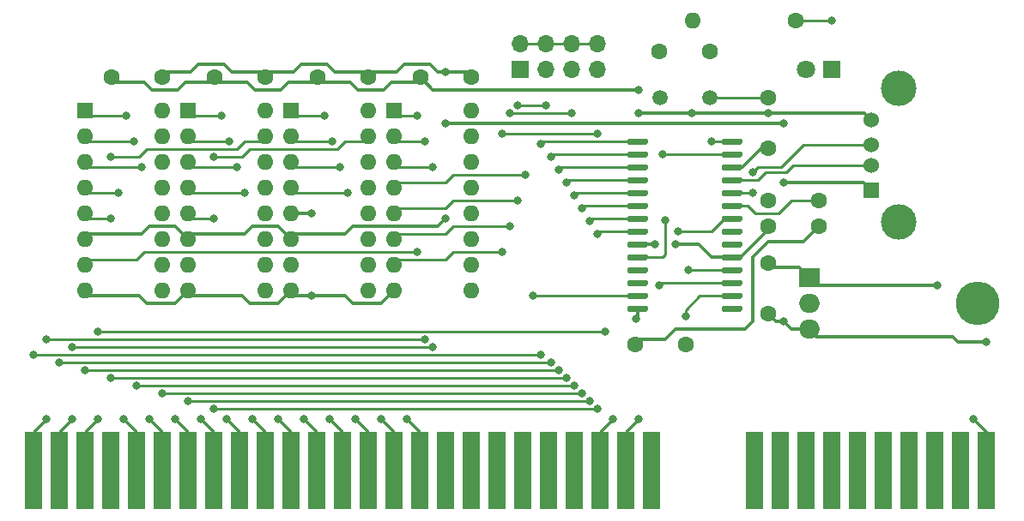
<source format=gbr>
G04 #@! TF.GenerationSoftware,KiCad,Pcbnew,(5.1.8)-1*
G04 #@! TF.CreationDate,2023-04-05T17:01:07-06:00*
G04 #@! TF.ProjectId,CH376S Module,43483337-3653-4204-9d6f-64756c652e6b,rev?*
G04 #@! TF.SameCoordinates,Original*
G04 #@! TF.FileFunction,Copper,L1,Top*
G04 #@! TF.FilePolarity,Positive*
%FSLAX46Y46*%
G04 Gerber Fmt 4.6, Leading zero omitted, Abs format (unit mm)*
G04 Created by KiCad (PCBNEW (5.1.8)-1) date 2023-04-05 17:01:07*
%MOMM*%
%LPD*%
G01*
G04 APERTURE LIST*
G04 #@! TA.AperFunction,ComponentPad*
%ADD10O,1.600000X1.600000*%
G04 #@! TD*
G04 #@! TA.AperFunction,ComponentPad*
%ADD11R,1.600000X1.600000*%
G04 #@! TD*
G04 #@! TA.AperFunction,ComponentPad*
%ADD12O,1.700000X1.700000*%
G04 #@! TD*
G04 #@! TA.AperFunction,ComponentPad*
%ADD13R,1.700000X1.700000*%
G04 #@! TD*
G04 #@! TA.AperFunction,ComponentPad*
%ADD14C,1.600000*%
G04 #@! TD*
G04 #@! TA.AperFunction,ConnectorPad*
%ADD15R,1.780000X7.620000*%
G04 #@! TD*
G04 #@! TA.AperFunction,ComponentPad*
%ADD16O,2.000000X1.905000*%
G04 #@! TD*
G04 #@! TA.AperFunction,ComponentPad*
%ADD17R,2.000000X1.905000*%
G04 #@! TD*
G04 #@! TA.AperFunction,ComponentPad*
%ADD18O,4.318000X4.318000*%
G04 #@! TD*
G04 #@! TA.AperFunction,ComponentPad*
%ADD19C,1.524000*%
G04 #@! TD*
G04 #@! TA.AperFunction,ComponentPad*
%ADD20R,1.524000X1.524000*%
G04 #@! TD*
G04 #@! TA.AperFunction,ComponentPad*
%ADD21C,3.500000*%
G04 #@! TD*
G04 #@! TA.AperFunction,ComponentPad*
%ADD22C,1.500000*%
G04 #@! TD*
G04 #@! TA.AperFunction,ComponentPad*
%ADD23C,1.800000*%
G04 #@! TD*
G04 #@! TA.AperFunction,ComponentPad*
%ADD24R,1.800000X1.800000*%
G04 #@! TD*
G04 #@! TA.AperFunction,ViaPad*
%ADD25C,0.800000*%
G04 #@! TD*
G04 #@! TA.AperFunction,Conductor*
%ADD26C,0.330200*%
G04 #@! TD*
G04 #@! TA.AperFunction,Conductor*
%ADD27C,0.250000*%
G04 #@! TD*
G04 APERTURE END LIST*
D10*
G04 #@! TO.P,U3,16*
G04 #@! TO.N,/5+*
X149860000Y-109220000D03*
G04 #@! TO.P,U3,8*
G04 #@! TO.N,/GND*
X142240000Y-127000000D03*
G04 #@! TO.P,U3,15*
G04 #@! TO.N,N/C*
X149860000Y-111760000D03*
G04 #@! TO.P,U3,7*
G04 #@! TO.N,/E3*
X142240000Y-124460000D03*
G04 #@! TO.P,U3,14*
G04 #@! TO.N,N/C*
X149860000Y-114300000D03*
G04 #@! TO.P,U3,6*
G04 #@! TO.N,/E2*
X142240000Y-121920000D03*
G04 #@! TO.P,U3,13*
G04 #@! TO.N,N/C*
X149860000Y-116840000D03*
G04 #@! TO.P,U3,5*
G04 #@! TO.N,/E1*
X142240000Y-119380000D03*
G04 #@! TO.P,U3,12*
G04 #@! TO.N,N/C*
X149860000Y-119380000D03*
G04 #@! TO.P,U3,4*
G04 #@! TO.N,/E0*
X142240000Y-116840000D03*
G04 #@! TO.P,U3,11*
G04 #@! TO.N,N/C*
X149860000Y-121920000D03*
G04 #@! TO.P,U3,3*
G04 #@! TO.N,/A1*
X142240000Y-114300000D03*
G04 #@! TO.P,U3,10*
G04 #@! TO.N,N/C*
X149860000Y-124460000D03*
G04 #@! TO.P,U3,2*
G04 #@! TO.N,/A0*
X142240000Y-111760000D03*
G04 #@! TO.P,U3,9*
G04 #@! TO.N,N/C*
X149860000Y-127000000D03*
D11*
G04 #@! TO.P,U3,1*
G04 #@! TO.N,/IO_00EX*
X142240000Y-109220000D03*
G04 #@! TD*
D12*
G04 #@! TO.P,J3,8*
G04 #@! TO.N,/CH376CS*
X162306000Y-102616000D03*
G04 #@! TO.P,J3,7*
G04 #@! TO.N,/E3*
X162306000Y-105156000D03*
G04 #@! TO.P,J3,6*
G04 #@! TO.N,/CH376CS*
X159766000Y-102616000D03*
G04 #@! TO.P,J3,5*
G04 #@! TO.N,/E2*
X159766000Y-105156000D03*
G04 #@! TO.P,J3,4*
G04 #@! TO.N,/CH376CS*
X157226000Y-102616000D03*
G04 #@! TO.P,J3,3*
G04 #@! TO.N,/E1*
X157226000Y-105156000D03*
G04 #@! TO.P,J3,2*
G04 #@! TO.N,/CH376CS*
X154686000Y-102616000D03*
D13*
G04 #@! TO.P,J3,1*
G04 #@! TO.N,/E0*
X154686000Y-105156000D03*
G04 #@! TD*
D14*
G04 #@! TO.P,C3,2*
G04 #@! TO.N,/5+*
X149860000Y-105918000D03*
G04 #@! TO.P,C3,1*
G04 #@! TO.N,/GND*
X144860000Y-105918000D03*
G04 #@! TD*
D10*
G04 #@! TO.P,U15,16*
G04 #@! TO.N,/5+*
X119380000Y-109220000D03*
G04 #@! TO.P,U15,8*
G04 #@! TO.N,/GND*
X111760000Y-127000000D03*
G04 #@! TO.P,U15,15*
G04 #@! TO.N,Net-(U15-Pad15)*
X119380000Y-111760000D03*
G04 #@! TO.P,U15,7*
G04 #@! TO.N,/IO_00EX*
X111760000Y-124460000D03*
G04 #@! TO.P,U15,14*
G04 #@! TO.N,Net-(U15-Pad14)*
X119380000Y-114300000D03*
G04 #@! TO.P,U15,6*
G04 #@! TO.N,/5+*
X111760000Y-121920000D03*
G04 #@! TO.P,U15,13*
G04 #@! TO.N,Net-(U15-Pad13)*
X119380000Y-116840000D03*
G04 #@! TO.P,U15,5*
G04 #@! TO.N,/IO_00XX*
X111760000Y-119380000D03*
G04 #@! TO.P,U15,12*
G04 #@! TO.N,Net-(U15-Pad12)*
X119380000Y-119380000D03*
G04 #@! TO.P,U15,4*
G04 #@! TO.N,/A4*
X111760000Y-116840000D03*
G04 #@! TO.P,U15,11*
G04 #@! TO.N,Net-(U15-Pad11)*
X119380000Y-121920000D03*
G04 #@! TO.P,U15,3*
G04 #@! TO.N,/A7*
X111760000Y-114300000D03*
G04 #@! TO.P,U15,10*
G04 #@! TO.N,Net-(U15-Pad10)*
X119380000Y-124460000D03*
G04 #@! TO.P,U15,2*
G04 #@! TO.N,/A6*
X111760000Y-111760000D03*
G04 #@! TO.P,U15,9*
G04 #@! TO.N,Net-(U15-Pad9)*
X119380000Y-127000000D03*
D11*
G04 #@! TO.P,U15,1*
G04 #@! TO.N,/A5*
X111760000Y-109220000D03*
G04 #@! TD*
D10*
G04 #@! TO.P,U14,16*
G04 #@! TO.N,/5+*
X129540000Y-109220000D03*
G04 #@! TO.P,U14,8*
G04 #@! TO.N,/GND*
X121920000Y-127000000D03*
G04 #@! TO.P,U14,15*
G04 #@! TO.N,/IO_00XX*
X129540000Y-111760000D03*
G04 #@! TO.P,U14,7*
G04 #@! TO.N,Net-(U14-Pad7)*
X121920000Y-124460000D03*
G04 #@! TO.P,U14,14*
G04 #@! TO.N,Net-(U14-Pad14)*
X129540000Y-114300000D03*
G04 #@! TO.P,U14,6*
G04 #@! TO.N,/5+*
X121920000Y-121920000D03*
G04 #@! TO.P,U14,13*
G04 #@! TO.N,/IO_02XX*
X129540000Y-116840000D03*
G04 #@! TO.P,U14,5*
G04 #@! TO.N,/IO_0XXX*
X121920000Y-119380000D03*
G04 #@! TO.P,U14,12*
G04 #@! TO.N,/IO_03XX*
X129540000Y-119380000D03*
G04 #@! TO.P,U14,4*
G04 #@! TO.N,/A11*
X121920000Y-116840000D03*
G04 #@! TO.P,U14,11*
G04 #@! TO.N,/IO_04XX*
X129540000Y-121920000D03*
G04 #@! TO.P,U14,3*
G04 #@! TO.N,/A10*
X121920000Y-114300000D03*
G04 #@! TO.P,U14,10*
G04 #@! TO.N,Net-(U14-Pad10)*
X129540000Y-124460000D03*
G04 #@! TO.P,U14,2*
G04 #@! TO.N,/A9*
X121920000Y-111760000D03*
G04 #@! TO.P,U14,9*
G04 #@! TO.N,Net-(U14-Pad9)*
X129540000Y-127000000D03*
D11*
G04 #@! TO.P,U14,1*
G04 #@! TO.N,/A8*
X121920000Y-109220000D03*
G04 #@! TD*
D10*
G04 #@! TO.P,U13,16*
G04 #@! TO.N,/5+*
X139700000Y-109220000D03*
G04 #@! TO.P,U13,8*
G04 #@! TO.N,/GND*
X132080000Y-127000000D03*
G04 #@! TO.P,U13,15*
G04 #@! TO.N,/IO_0XXX*
X139700000Y-111760000D03*
G04 #@! TO.P,U13,7*
G04 #@! TO.N,Net-(U13-Pad7)*
X132080000Y-124460000D03*
G04 #@! TO.P,U13,14*
G04 #@! TO.N,Net-(U13-Pad14)*
X139700000Y-114300000D03*
G04 #@! TO.P,U13,6*
G04 #@! TO.N,/5+*
X132080000Y-121920000D03*
G04 #@! TO.P,U13,13*
G04 #@! TO.N,Net-(U13-Pad13)*
X139700000Y-116840000D03*
G04 #@! TO.P,U13,5*
G04 #@! TO.N,/GND*
X132080000Y-119380000D03*
G04 #@! TO.P,U13,12*
G04 #@! TO.N,Net-(U13-Pad12)*
X139700000Y-119380000D03*
G04 #@! TO.P,U13,4*
G04 #@! TO.N,/A15*
X132080000Y-116840000D03*
G04 #@! TO.P,U13,11*
G04 #@! TO.N,Net-(U13-Pad11)*
X139700000Y-121920000D03*
G04 #@! TO.P,U13,3*
G04 #@! TO.N,/A14*
X132080000Y-114300000D03*
G04 #@! TO.P,U13,10*
G04 #@! TO.N,Net-(U13-Pad10)*
X139700000Y-124460000D03*
G04 #@! TO.P,U13,2*
G04 #@! TO.N,/A13*
X132080000Y-111760000D03*
G04 #@! TO.P,U13,9*
G04 #@! TO.N,Net-(U13-Pad9)*
X139700000Y-127000000D03*
D11*
G04 #@! TO.P,U13,1*
G04 #@! TO.N,/A12*
X132080000Y-109220000D03*
G04 #@! TD*
D15*
G04 #@! TO.P,J2,20*
G04 #@! TO.N,/GND*
X200660000Y-144780000D03*
G04 #@! TO.P,J2,19*
G04 #@! TO.N,/EIOW*
X198120000Y-144780000D03*
G04 #@! TO.P,J2,17*
G04 #@! TO.N,/EBA6*
X193040000Y-144780000D03*
G04 #@! TO.P,J2,18*
G04 #@! TO.N,/EBA7*
X195580000Y-144780000D03*
G04 #@! TO.P,J2,11*
G04 #@! TO.N,/EBA0*
X177800000Y-144780000D03*
G04 #@! TO.P,J2,12*
G04 #@! TO.N,/EBA1*
X180340000Y-144780000D03*
G04 #@! TO.P,J2,13*
G04 #@! TO.N,/EBA2*
X182880000Y-144780000D03*
G04 #@! TO.P,J2,14*
G04 #@! TO.N,/EBA3*
X185420000Y-144780000D03*
G04 #@! TO.P,J2,15*
G04 #@! TO.N,/EBA4*
X187960000Y-144780000D03*
G04 #@! TO.P,J2,16*
G04 #@! TO.N,/EBA5*
X190500000Y-144780000D03*
G04 #@! TD*
D14*
G04 #@! TO.P,C16,2*
G04 #@! TO.N,/5+*
X119380000Y-105918000D03*
G04 #@! TO.P,C16,1*
G04 #@! TO.N,/GND*
X114380000Y-105918000D03*
G04 #@! TD*
G04 #@! TO.P,C15,2*
G04 #@! TO.N,/5+*
X139700000Y-105918000D03*
G04 #@! TO.P,C15,1*
G04 #@! TO.N,/GND*
X134700000Y-105918000D03*
G04 #@! TD*
G04 #@! TO.P,C14,2*
G04 #@! TO.N,/5+*
X129540000Y-105918000D03*
G04 #@! TO.P,C14,1*
G04 #@! TO.N,/GND*
X124540000Y-105918000D03*
G04 #@! TD*
D15*
G04 #@! TO.P,J1,26*
G04 #@! TO.N,/A0*
X106680000Y-144780000D03*
G04 #@! TO.P,J1,27*
G04 #@! TO.N,/A1*
X109220000Y-144780000D03*
G04 #@! TO.P,J1,28*
G04 #@! TO.N,/A2*
X111760000Y-144780000D03*
G04 #@! TO.P,J1,29*
G04 #@! TO.N,/A3*
X114300000Y-144780000D03*
G04 #@! TO.P,J1,30*
G04 #@! TO.N,/A4*
X116840000Y-144780000D03*
G04 #@! TO.P,J1,31*
G04 #@! TO.N,/A5*
X119380000Y-144780000D03*
G04 #@! TO.P,J1,32*
G04 #@! TO.N,/A6*
X121920000Y-144780000D03*
G04 #@! TO.P,J1,33*
G04 #@! TO.N,/A7*
X124460000Y-144780000D03*
G04 #@! TO.P,J1,34*
G04 #@! TO.N,/A8*
X127000000Y-144780000D03*
G04 #@! TO.P,J1,35*
G04 #@! TO.N,/A9*
X129540000Y-144780000D03*
G04 #@! TO.P,J1,36*
G04 #@! TO.N,/A10*
X132080000Y-144780000D03*
G04 #@! TO.P,J1,37*
G04 #@! TO.N,/A11*
X134620000Y-144780000D03*
G04 #@! TO.P,J1,38*
G04 #@! TO.N,/A12*
X137160000Y-144780000D03*
G04 #@! TO.P,J1,39*
G04 #@! TO.N,/A13*
X139700000Y-144780000D03*
G04 #@! TO.P,J1,40*
G04 #@! TO.N,/A14*
X142240000Y-144780000D03*
G04 #@! TO.P,J1,41*
G04 #@! TO.N,/A15*
X144780000Y-144780000D03*
G04 #@! TO.P,J1,42*
G04 #@! TO.N,/A16*
X147320000Y-144780000D03*
G04 #@! TO.P,J1,43*
G04 #@! TO.N,/A17*
X149860000Y-144780000D03*
G04 #@! TO.P,J1,44*
G04 #@! TO.N,/A18*
X152400000Y-144780000D03*
G04 #@! TO.P,J1,45*
G04 #@! TO.N,/A19*
X154940000Y-144780000D03*
G04 #@! TO.P,J1,46*
G04 #@! TO.N,/MRD*
X157480000Y-144780000D03*
G04 #@! TO.P,J1,47*
G04 #@! TO.N,/MWR*
X160020000Y-144780000D03*
G04 #@! TO.P,J1,48*
G04 #@! TO.N,/IORD*
X162560000Y-144780000D03*
G04 #@! TO.P,J1,49*
G04 #@! TO.N,/IOWR*
X165100000Y-144780000D03*
G04 #@! TO.P,J1,50*
G04 #@! TO.N,/RESET*
X167640000Y-144780000D03*
G04 #@! TD*
D16*
G04 #@! TO.P,U2,3*
G04 #@! TO.N,/5+*
X183197500Y-130873500D03*
G04 #@! TO.P,U2,2*
G04 #@! TO.N,/3v3*
X183197500Y-128333500D03*
D17*
G04 #@! TO.P,U2,1*
G04 #@! TO.N,/GND*
X183197500Y-125793500D03*
D18*
G04 #@! TO.P,U2,*
G04 #@! TO.N,*
X199857500Y-128333500D03*
G04 #@! TD*
D14*
G04 #@! TO.P,C5,2*
G04 #@! TO.N,/GND*
X179133500Y-113013500D03*
G04 #@! TO.P,C5,1*
G04 #@! TO.N,/XO*
X179133500Y-108013500D03*
G04 #@! TD*
G04 #@! TO.P,C4,2*
G04 #@! TO.N,/GND*
X173402000Y-103378000D03*
G04 #@! TO.P,C4,1*
G04 #@! TO.N,/XI*
X168402000Y-103378000D03*
G04 #@! TD*
G04 #@! TO.P,C2,2*
G04 #@! TO.N,/GND*
X179133500Y-118173500D03*
G04 #@! TO.P,C2,1*
G04 #@! TO.N,/PIN_9*
X184133500Y-118173500D03*
G04 #@! TD*
G04 #@! TO.P,C1,2*
G04 #@! TO.N,/RST*
X171005500Y-132397500D03*
G04 #@! TO.P,C1,1*
G04 #@! TO.N,/3v3*
X166005500Y-132397500D03*
G04 #@! TD*
D19*
G04 #@! TO.P,USB1,4*
G04 #@! TO.N,/GND*
X189293500Y-110157500D03*
G04 #@! TO.P,USB1,3*
G04 #@! TO.N,/D+*
X189293500Y-112657500D03*
G04 #@! TO.P,USB1,2*
G04 #@! TO.N,/D-*
X189293500Y-114657500D03*
D20*
G04 #@! TO.P,USB1,1*
G04 #@! TO.N,/5+*
X189293500Y-117157500D03*
D21*
G04 #@! TO.P,USB1,5*
G04 #@! TO.N,N/C*
X192003500Y-120227500D03*
X192003500Y-107087500D03*
G04 #@! TD*
D22*
G04 #@! TO.P,Y2,2*
G04 #@! TO.N,/XO*
X173365500Y-108013500D03*
G04 #@! TO.P,Y2,1*
G04 #@! TO.N,/XI*
X168465500Y-108013500D03*
G04 #@! TD*
G04 #@! TO.P,U1,28*
G04 #@! TO.N,/3v3*
G04 #@! TA.AperFunction,SMDPad,CuDef*
G36*
G01*
X167302500Y-128691500D02*
X167302500Y-128991500D01*
G75*
G02*
X167152500Y-129141500I-150000J0D01*
G01*
X165402500Y-129141500D01*
G75*
G02*
X165252500Y-128991500I0J150000D01*
G01*
X165252500Y-128691500D01*
G75*
G02*
X165402500Y-128541500I150000J0D01*
G01*
X167152500Y-128541500D01*
G75*
G02*
X167302500Y-128691500I0J-150000D01*
G01*
G37*
G04 #@! TD.AperFunction*
G04 #@! TO.P,U1,27*
G04 #@! TO.N,/CH376CS*
G04 #@! TA.AperFunction,SMDPad,CuDef*
G36*
G01*
X167302500Y-127421500D02*
X167302500Y-127721500D01*
G75*
G02*
X167152500Y-127871500I-150000J0D01*
G01*
X165402500Y-127871500D01*
G75*
G02*
X165252500Y-127721500I0J150000D01*
G01*
X165252500Y-127421500D01*
G75*
G02*
X165402500Y-127271500I150000J0D01*
G01*
X167152500Y-127271500D01*
G75*
G02*
X167302500Y-127421500I0J-150000D01*
G01*
G37*
G04 #@! TD.AperFunction*
G04 #@! TO.P,U1,26*
G04 #@! TO.N,Net-(U1-Pad26)*
G04 #@! TA.AperFunction,SMDPad,CuDef*
G36*
G01*
X167302500Y-126151500D02*
X167302500Y-126451500D01*
G75*
G02*
X167152500Y-126601500I-150000J0D01*
G01*
X165402500Y-126601500D01*
G75*
G02*
X165252500Y-126451500I0J150000D01*
G01*
X165252500Y-126151500D01*
G75*
G02*
X165402500Y-126001500I150000J0D01*
G01*
X167152500Y-126001500D01*
G75*
G02*
X167302500Y-126151500I0J-150000D01*
G01*
G37*
G04 #@! TD.AperFunction*
G04 #@! TO.P,U1,25*
G04 #@! TO.N,Net-(U1-Pad25)*
G04 #@! TA.AperFunction,SMDPad,CuDef*
G36*
G01*
X167302500Y-124881500D02*
X167302500Y-125181500D01*
G75*
G02*
X167152500Y-125331500I-150000J0D01*
G01*
X165402500Y-125331500D01*
G75*
G02*
X165252500Y-125181500I0J150000D01*
G01*
X165252500Y-124881500D01*
G75*
G02*
X165402500Y-124731500I150000J0D01*
G01*
X167152500Y-124731500D01*
G75*
G02*
X167302500Y-124881500I0J-150000D01*
G01*
G37*
G04 #@! TD.AperFunction*
G04 #@! TO.P,U1,24*
G04 #@! TO.N,/LED_PIN*
G04 #@! TA.AperFunction,SMDPad,CuDef*
G36*
G01*
X167302500Y-123611500D02*
X167302500Y-123911500D01*
G75*
G02*
X167152500Y-124061500I-150000J0D01*
G01*
X165402500Y-124061500D01*
G75*
G02*
X165252500Y-123911500I0J150000D01*
G01*
X165252500Y-123611500D01*
G75*
G02*
X165402500Y-123461500I150000J0D01*
G01*
X167152500Y-123461500D01*
G75*
G02*
X167302500Y-123611500I0J-150000D01*
G01*
G37*
G04 #@! TD.AperFunction*
G04 #@! TO.P,U1,23*
G04 #@! TO.N,/GND*
G04 #@! TA.AperFunction,SMDPad,CuDef*
G36*
G01*
X167302500Y-122341500D02*
X167302500Y-122641500D01*
G75*
G02*
X167152500Y-122791500I-150000J0D01*
G01*
X165402500Y-122791500D01*
G75*
G02*
X165252500Y-122641500I0J150000D01*
G01*
X165252500Y-122341500D01*
G75*
G02*
X165402500Y-122191500I150000J0D01*
G01*
X167152500Y-122191500D01*
G75*
G02*
X167302500Y-122341500I0J-150000D01*
G01*
G37*
G04 #@! TD.AperFunction*
G04 #@! TO.P,U1,22*
G04 #@! TO.N,/D7*
G04 #@! TA.AperFunction,SMDPad,CuDef*
G36*
G01*
X167302500Y-121071500D02*
X167302500Y-121371500D01*
G75*
G02*
X167152500Y-121521500I-150000J0D01*
G01*
X165402500Y-121521500D01*
G75*
G02*
X165252500Y-121371500I0J150000D01*
G01*
X165252500Y-121071500D01*
G75*
G02*
X165402500Y-120921500I150000J0D01*
G01*
X167152500Y-120921500D01*
G75*
G02*
X167302500Y-121071500I0J-150000D01*
G01*
G37*
G04 #@! TD.AperFunction*
G04 #@! TO.P,U1,21*
G04 #@! TO.N,/D6*
G04 #@! TA.AperFunction,SMDPad,CuDef*
G36*
G01*
X167302500Y-119801500D02*
X167302500Y-120101500D01*
G75*
G02*
X167152500Y-120251500I-150000J0D01*
G01*
X165402500Y-120251500D01*
G75*
G02*
X165252500Y-120101500I0J150000D01*
G01*
X165252500Y-119801500D01*
G75*
G02*
X165402500Y-119651500I150000J0D01*
G01*
X167152500Y-119651500D01*
G75*
G02*
X167302500Y-119801500I0J-150000D01*
G01*
G37*
G04 #@! TD.AperFunction*
G04 #@! TO.P,U1,20*
G04 #@! TO.N,/D5*
G04 #@! TA.AperFunction,SMDPad,CuDef*
G36*
G01*
X167302500Y-118531500D02*
X167302500Y-118831500D01*
G75*
G02*
X167152500Y-118981500I-150000J0D01*
G01*
X165402500Y-118981500D01*
G75*
G02*
X165252500Y-118831500I0J150000D01*
G01*
X165252500Y-118531500D01*
G75*
G02*
X165402500Y-118381500I150000J0D01*
G01*
X167152500Y-118381500D01*
G75*
G02*
X167302500Y-118531500I0J-150000D01*
G01*
G37*
G04 #@! TD.AperFunction*
G04 #@! TO.P,U1,19*
G04 #@! TO.N,/D4*
G04 #@! TA.AperFunction,SMDPad,CuDef*
G36*
G01*
X167302500Y-117261500D02*
X167302500Y-117561500D01*
G75*
G02*
X167152500Y-117711500I-150000J0D01*
G01*
X165402500Y-117711500D01*
G75*
G02*
X165252500Y-117561500I0J150000D01*
G01*
X165252500Y-117261500D01*
G75*
G02*
X165402500Y-117111500I150000J0D01*
G01*
X167152500Y-117111500D01*
G75*
G02*
X167302500Y-117261500I0J-150000D01*
G01*
G37*
G04 #@! TD.AperFunction*
G04 #@! TO.P,U1,18*
G04 #@! TO.N,/D3*
G04 #@! TA.AperFunction,SMDPad,CuDef*
G36*
G01*
X167302500Y-115991500D02*
X167302500Y-116291500D01*
G75*
G02*
X167152500Y-116441500I-150000J0D01*
G01*
X165402500Y-116441500D01*
G75*
G02*
X165252500Y-116291500I0J150000D01*
G01*
X165252500Y-115991500D01*
G75*
G02*
X165402500Y-115841500I150000J0D01*
G01*
X167152500Y-115841500D01*
G75*
G02*
X167302500Y-115991500I0J-150000D01*
G01*
G37*
G04 #@! TD.AperFunction*
G04 #@! TO.P,U1,17*
G04 #@! TO.N,/D2*
G04 #@! TA.AperFunction,SMDPad,CuDef*
G36*
G01*
X167302500Y-114721500D02*
X167302500Y-115021500D01*
G75*
G02*
X167152500Y-115171500I-150000J0D01*
G01*
X165402500Y-115171500D01*
G75*
G02*
X165252500Y-115021500I0J150000D01*
G01*
X165252500Y-114721500D01*
G75*
G02*
X165402500Y-114571500I150000J0D01*
G01*
X167152500Y-114571500D01*
G75*
G02*
X167302500Y-114721500I0J-150000D01*
G01*
G37*
G04 #@! TD.AperFunction*
G04 #@! TO.P,U1,16*
G04 #@! TO.N,/D1*
G04 #@! TA.AperFunction,SMDPad,CuDef*
G36*
G01*
X167302500Y-113451500D02*
X167302500Y-113751500D01*
G75*
G02*
X167152500Y-113901500I-150000J0D01*
G01*
X165402500Y-113901500D01*
G75*
G02*
X165252500Y-113751500I0J150000D01*
G01*
X165252500Y-113451500D01*
G75*
G02*
X165402500Y-113301500I150000J0D01*
G01*
X167152500Y-113301500D01*
G75*
G02*
X167302500Y-113451500I0J-150000D01*
G01*
G37*
G04 #@! TD.AperFunction*
G04 #@! TO.P,U1,15*
G04 #@! TO.N,/D0*
G04 #@! TA.AperFunction,SMDPad,CuDef*
G36*
G01*
X167302500Y-112181500D02*
X167302500Y-112481500D01*
G75*
G02*
X167152500Y-112631500I-150000J0D01*
G01*
X165402500Y-112631500D01*
G75*
G02*
X165252500Y-112481500I0J150000D01*
G01*
X165252500Y-112181500D01*
G75*
G02*
X165402500Y-112031500I150000J0D01*
G01*
X167152500Y-112031500D01*
G75*
G02*
X167302500Y-112181500I0J-150000D01*
G01*
G37*
G04 #@! TD.AperFunction*
G04 #@! TO.P,U1,14*
G04 #@! TO.N,/XO*
G04 #@! TA.AperFunction,SMDPad,CuDef*
G36*
G01*
X176602500Y-112181500D02*
X176602500Y-112481500D01*
G75*
G02*
X176452500Y-112631500I-150000J0D01*
G01*
X174702500Y-112631500D01*
G75*
G02*
X174552500Y-112481500I0J150000D01*
G01*
X174552500Y-112181500D01*
G75*
G02*
X174702500Y-112031500I150000J0D01*
G01*
X176452500Y-112031500D01*
G75*
G02*
X176602500Y-112181500I0J-150000D01*
G01*
G37*
G04 #@! TD.AperFunction*
G04 #@! TO.P,U1,13*
G04 #@! TO.N,/XI*
G04 #@! TA.AperFunction,SMDPad,CuDef*
G36*
G01*
X176602500Y-113451500D02*
X176602500Y-113751500D01*
G75*
G02*
X176452500Y-113901500I-150000J0D01*
G01*
X174702500Y-113901500D01*
G75*
G02*
X174552500Y-113751500I0J150000D01*
G01*
X174552500Y-113451500D01*
G75*
G02*
X174702500Y-113301500I150000J0D01*
G01*
X176452500Y-113301500D01*
G75*
G02*
X176602500Y-113451500I0J-150000D01*
G01*
G37*
G04 #@! TD.AperFunction*
G04 #@! TO.P,U1,12*
G04 #@! TO.N,/GND*
G04 #@! TA.AperFunction,SMDPad,CuDef*
G36*
G01*
X176602500Y-114721500D02*
X176602500Y-115021500D01*
G75*
G02*
X176452500Y-115171500I-150000J0D01*
G01*
X174702500Y-115171500D01*
G75*
G02*
X174552500Y-115021500I0J150000D01*
G01*
X174552500Y-114721500D01*
G75*
G02*
X174702500Y-114571500I150000J0D01*
G01*
X176452500Y-114571500D01*
G75*
G02*
X176602500Y-114721500I0J-150000D01*
G01*
G37*
G04 #@! TD.AperFunction*
G04 #@! TO.P,U1,11*
G04 #@! TO.N,/D-*
G04 #@! TA.AperFunction,SMDPad,CuDef*
G36*
G01*
X176602500Y-115991500D02*
X176602500Y-116291500D01*
G75*
G02*
X176452500Y-116441500I-150000J0D01*
G01*
X174702500Y-116441500D01*
G75*
G02*
X174552500Y-116291500I0J150000D01*
G01*
X174552500Y-115991500D01*
G75*
G02*
X174702500Y-115841500I150000J0D01*
G01*
X176452500Y-115841500D01*
G75*
G02*
X176602500Y-115991500I0J-150000D01*
G01*
G37*
G04 #@! TD.AperFunction*
G04 #@! TO.P,U1,10*
G04 #@! TO.N,/D+*
G04 #@! TA.AperFunction,SMDPad,CuDef*
G36*
G01*
X176602500Y-117261500D02*
X176602500Y-117561500D01*
G75*
G02*
X176452500Y-117711500I-150000J0D01*
G01*
X174702500Y-117711500D01*
G75*
G02*
X174552500Y-117561500I0J150000D01*
G01*
X174552500Y-117261500D01*
G75*
G02*
X174702500Y-117111500I150000J0D01*
G01*
X176452500Y-117111500D01*
G75*
G02*
X176602500Y-117261500I0J-150000D01*
G01*
G37*
G04 #@! TD.AperFunction*
G04 #@! TO.P,U1,9*
G04 #@! TO.N,/PIN_9*
G04 #@! TA.AperFunction,SMDPad,CuDef*
G36*
G01*
X176602500Y-118531500D02*
X176602500Y-118831500D01*
G75*
G02*
X176452500Y-118981500I-150000J0D01*
G01*
X174702500Y-118981500D01*
G75*
G02*
X174552500Y-118831500I0J150000D01*
G01*
X174552500Y-118531500D01*
G75*
G02*
X174702500Y-118381500I150000J0D01*
G01*
X176452500Y-118381500D01*
G75*
G02*
X176602500Y-118531500I0J-150000D01*
G01*
G37*
G04 #@! TD.AperFunction*
G04 #@! TO.P,U1,8*
G04 #@! TO.N,/A2*
G04 #@! TA.AperFunction,SMDPad,CuDef*
G36*
G01*
X176602500Y-119801500D02*
X176602500Y-120101500D01*
G75*
G02*
X176452500Y-120251500I-150000J0D01*
G01*
X174702500Y-120251500D01*
G75*
G02*
X174552500Y-120101500I0J150000D01*
G01*
X174552500Y-119801500D01*
G75*
G02*
X174702500Y-119651500I150000J0D01*
G01*
X176452500Y-119651500D01*
G75*
G02*
X176602500Y-119801500I0J-150000D01*
G01*
G37*
G04 #@! TD.AperFunction*
G04 #@! TO.P,U1,7*
G04 #@! TO.N,Net-(U1-Pad7)*
G04 #@! TA.AperFunction,SMDPad,CuDef*
G36*
G01*
X176602500Y-121071500D02*
X176602500Y-121371500D01*
G75*
G02*
X176452500Y-121521500I-150000J0D01*
G01*
X174702500Y-121521500D01*
G75*
G02*
X174552500Y-121371500I0J150000D01*
G01*
X174552500Y-121071500D01*
G75*
G02*
X174702500Y-120921500I150000J0D01*
G01*
X176452500Y-120921500D01*
G75*
G02*
X176602500Y-121071500I0J-150000D01*
G01*
G37*
G04 #@! TD.AperFunction*
G04 #@! TO.P,U1,6*
G04 #@! TO.N,Net-(U1-Pad6)*
G04 #@! TA.AperFunction,SMDPad,CuDef*
G36*
G01*
X176602500Y-122341500D02*
X176602500Y-122641500D01*
G75*
G02*
X176452500Y-122791500I-150000J0D01*
G01*
X174702500Y-122791500D01*
G75*
G02*
X174552500Y-122641500I0J150000D01*
G01*
X174552500Y-122341500D01*
G75*
G02*
X174702500Y-122191500I150000J0D01*
G01*
X176452500Y-122191500D01*
G75*
G02*
X176602500Y-122341500I0J-150000D01*
G01*
G37*
G04 #@! TD.AperFunction*
G04 #@! TO.P,U1,5*
G04 #@! TO.N,/GND*
G04 #@! TA.AperFunction,SMDPad,CuDef*
G36*
G01*
X176602500Y-123611500D02*
X176602500Y-123911500D01*
G75*
G02*
X176452500Y-124061500I-150000J0D01*
G01*
X174702500Y-124061500D01*
G75*
G02*
X174552500Y-123911500I0J150000D01*
G01*
X174552500Y-123611500D01*
G75*
G02*
X174702500Y-123461500I150000J0D01*
G01*
X176452500Y-123461500D01*
G75*
G02*
X176602500Y-123611500I0J-150000D01*
G01*
G37*
G04 #@! TD.AperFunction*
G04 #@! TO.P,U1,4*
G04 #@! TO.N,/IORD*
G04 #@! TA.AperFunction,SMDPad,CuDef*
G36*
G01*
X176602500Y-124881500D02*
X176602500Y-125181500D01*
G75*
G02*
X176452500Y-125331500I-150000J0D01*
G01*
X174702500Y-125331500D01*
G75*
G02*
X174552500Y-125181500I0J150000D01*
G01*
X174552500Y-124881500D01*
G75*
G02*
X174702500Y-124731500I150000J0D01*
G01*
X176452500Y-124731500D01*
G75*
G02*
X176602500Y-124881500I0J-150000D01*
G01*
G37*
G04 #@! TD.AperFunction*
G04 #@! TO.P,U1,3*
G04 #@! TO.N,/IOWR*
G04 #@! TA.AperFunction,SMDPad,CuDef*
G36*
G01*
X176602500Y-126151500D02*
X176602500Y-126451500D01*
G75*
G02*
X176452500Y-126601500I-150000J0D01*
G01*
X174702500Y-126601500D01*
G75*
G02*
X174552500Y-126451500I0J150000D01*
G01*
X174552500Y-126151500D01*
G75*
G02*
X174702500Y-126001500I150000J0D01*
G01*
X176452500Y-126001500D01*
G75*
G02*
X176602500Y-126151500I0J-150000D01*
G01*
G37*
G04 #@! TD.AperFunction*
G04 #@! TO.P,U1,2*
G04 #@! TO.N,/RST*
G04 #@! TA.AperFunction,SMDPad,CuDef*
G36*
G01*
X176602500Y-127421500D02*
X176602500Y-127721500D01*
G75*
G02*
X176452500Y-127871500I-150000J0D01*
G01*
X174702500Y-127871500D01*
G75*
G02*
X174552500Y-127721500I0J150000D01*
G01*
X174552500Y-127421500D01*
G75*
G02*
X174702500Y-127271500I150000J0D01*
G01*
X176452500Y-127271500D01*
G75*
G02*
X176602500Y-127421500I0J-150000D01*
G01*
G37*
G04 #@! TD.AperFunction*
G04 #@! TO.P,U1,1*
G04 #@! TO.N,/INT*
G04 #@! TA.AperFunction,SMDPad,CuDef*
G36*
G01*
X176602500Y-128691500D02*
X176602500Y-128991500D01*
G75*
G02*
X176452500Y-129141500I-150000J0D01*
G01*
X174702500Y-129141500D01*
G75*
G02*
X174552500Y-128991500I0J150000D01*
G01*
X174552500Y-128691500D01*
G75*
G02*
X174702500Y-128541500I150000J0D01*
G01*
X176452500Y-128541500D01*
G75*
G02*
X176602500Y-128691500I0J-150000D01*
G01*
G37*
G04 #@! TD.AperFunction*
G04 #@! TD*
D10*
G04 #@! TO.P,R2,2*
G04 #@! TO.N,/LED_PIN*
X171704000Y-100330000D03*
D14*
G04 #@! TO.P,R2,1*
G04 #@! TO.N,/LED*
X181864000Y-100330000D03*
G04 #@! TD*
D23*
G04 #@! TO.P,D1,2*
G04 #@! TO.N,/3v3*
X182880000Y-105156000D03*
D24*
G04 #@! TO.P,D1,1*
G04 #@! TO.N,/LED*
X185420000Y-105156000D03*
G04 #@! TD*
D14*
G04 #@! TO.P,C7,2*
G04 #@! TO.N,/GND*
X179133500Y-120713500D03*
G04 #@! TO.P,C7,1*
G04 #@! TO.N,/3v3*
X184133500Y-120713500D03*
G04 #@! TD*
G04 #@! TO.P,C6,2*
G04 #@! TO.N,/GND*
X179133500Y-124349500D03*
G04 #@! TO.P,C6,1*
G04 #@! TO.N,/5+*
X179133500Y-129349500D03*
G04 #@! TD*
D25*
G04 #@! TO.N,/3v3*
X166116000Y-129794000D03*
G04 #@! TO.N,/LED_PIN*
X168973500Y-120078500D03*
G04 #@! TO.N,/GND*
X179133500Y-109537500D03*
X167957500Y-122491488D03*
X169989512Y-122491488D03*
X199390000Y-139700000D03*
X195834000Y-126492000D03*
X171640500Y-109537500D03*
X166370000Y-109537500D03*
X166370000Y-107188000D03*
X134112000Y-127508000D03*
X134112000Y-119380000D03*
G04 #@! TO.N,/D7*
X124460000Y-138684000D03*
X162306000Y-138684000D03*
X162306000Y-121412000D03*
G04 #@! TO.N,/D6*
X121920000Y-137922000D03*
X161544000Y-137922000D03*
X161544000Y-120142000D03*
G04 #@! TO.N,/D5*
X119380000Y-137160000D03*
X160782000Y-137160000D03*
X160782000Y-118872000D03*
G04 #@! TO.N,/D4*
X116840000Y-136398000D03*
X160020000Y-136398000D03*
X160020000Y-117602000D03*
G04 #@! TO.N,/D3*
X114300000Y-135636000D03*
X159258000Y-135636000D03*
X159258000Y-116332000D03*
G04 #@! TO.N,/D2*
X111760000Y-134874000D03*
X158496000Y-134874000D03*
X158496000Y-115062000D03*
G04 #@! TO.N,/D1*
X109220000Y-134112000D03*
X157734000Y-134112000D03*
X157734000Y-113792000D03*
G04 #@! TO.N,/D0*
X106680000Y-133350000D03*
X156718000Y-133350000D03*
X156718000Y-112522000D03*
G04 #@! TO.N,/D+*
X177609500Y-117411500D03*
X177609500Y-115379500D03*
G04 #@! TO.N,/A0*
X107950000Y-139700000D03*
X107950000Y-131826000D03*
X145288000Y-131826000D03*
X145288000Y-112268000D03*
G04 #@! TO.N,/5+*
X180657500Y-110553500D03*
X180657500Y-130111500D03*
X180657500Y-116395500D03*
X200660000Y-132080000D03*
X147320000Y-110553500D03*
X147320000Y-105410000D03*
X147320000Y-119888000D03*
G04 #@! TO.N,/LED*
X185420000Y-100330000D03*
G04 #@! TO.N,/XO*
X173545500Y-112331500D03*
G04 #@! TO.N,/XI*
X168719500Y-113601500D03*
G04 #@! TO.N,/RST*
X171005500Y-129603500D03*
G04 #@! TO.N,/A1*
X110490000Y-139700000D03*
X110490000Y-132588000D03*
X146050000Y-132588000D03*
X146050000Y-114808000D03*
G04 #@! TO.N,/A2*
X170243500Y-121221494D03*
X113030000Y-139700000D03*
X113030000Y-131064000D03*
X163068000Y-131064000D03*
G04 #@! TO.N,/A4*
X115570000Y-139700000D03*
X115062000Y-117348000D03*
G04 #@! TO.N,/A5*
X118110000Y-139700000D03*
X115824000Y-109728000D03*
G04 #@! TO.N,/A6*
X120650000Y-139700000D03*
X116586000Y-112268000D03*
G04 #@! TO.N,/A7*
X123190000Y-139700000D03*
X117348000Y-114808000D03*
G04 #@! TO.N,/A8*
X125730000Y-139700000D03*
X125222000Y-109728000D03*
G04 #@! TO.N,/A9*
X128270000Y-139700000D03*
X125984000Y-112268000D03*
G04 #@! TO.N,/A10*
X130810000Y-139700000D03*
X126746000Y-114808000D03*
G04 #@! TO.N,/A11*
X133350000Y-139700000D03*
X127508000Y-117348000D03*
G04 #@! TO.N,/A12*
X135890000Y-139700000D03*
X135382000Y-109728000D03*
G04 #@! TO.N,/A13*
X138430000Y-139700000D03*
X136144000Y-112268000D03*
G04 #@! TO.N,/A14*
X140970000Y-139700000D03*
X136906000Y-114808000D03*
G04 #@! TO.N,/A15*
X143510000Y-139700000D03*
X137668000Y-117348000D03*
G04 #@! TO.N,/IORD*
X171259500Y-125031500D03*
X163830000Y-139700000D03*
G04 #@! TO.N,/IOWR*
X166370000Y-139700000D03*
X168402000Y-126492000D03*
G04 #@! TO.N,/IO_0XXX*
X124460000Y-119888000D03*
X124460000Y-113792000D03*
G04 #@! TO.N,/IO_00XX*
X114300000Y-119888000D03*
X114300000Y-113792000D03*
G04 #@! TO.N,/IO_00EX*
X144526000Y-123190000D03*
X144526000Y-109728000D03*
G04 #@! TO.N,/CH376CS*
X155956000Y-127508000D03*
G04 #@! TO.N,/E3*
X162306000Y-111506000D03*
X152908000Y-111506000D03*
X152908000Y-123190000D03*
G04 #@! TO.N,/E2*
X159766000Y-109474000D03*
X153670000Y-109474000D03*
X153670000Y-120650000D03*
G04 #@! TO.N,/E1*
X157226000Y-108712000D03*
X154432000Y-108712000D03*
X154432000Y-118110000D03*
G04 #@! TO.N,/E0*
X155194000Y-115570000D03*
G04 #@! TD*
D26*
G04 #@! TO.N,/3v3*
X166005500Y-132397500D02*
X165925500Y-132397500D01*
X166513500Y-131889500D02*
X166005500Y-132397500D01*
X168973500Y-131889500D02*
X166513500Y-131889500D01*
X169989500Y-130873500D02*
X168973500Y-131889500D01*
X176847500Y-130873500D02*
X169989500Y-130873500D01*
X177609500Y-130111500D02*
X176847500Y-130873500D01*
X179133486Y-122237514D02*
X177609500Y-123761500D01*
X182609486Y-122237514D02*
X179133486Y-122237514D01*
X177609500Y-123761500D02*
X177609500Y-130111500D01*
X184133500Y-120713500D02*
X182609486Y-122237514D01*
X166277500Y-129632500D02*
X166116000Y-129794000D01*
X166277500Y-128841500D02*
X166277500Y-129632500D01*
D27*
G04 #@! TO.N,/LED_PIN*
X168719500Y-123761500D02*
X168973500Y-123507500D01*
X166277500Y-123761500D02*
X168719500Y-123761500D01*
X168973500Y-123507500D02*
X168973500Y-120078500D01*
D26*
G04 #@! TO.N,/GND*
X179133500Y-124349500D02*
X179133500Y-124523500D01*
X179133500Y-124523500D02*
X179387500Y-124777500D01*
X182181500Y-124777500D02*
X183197500Y-125793500D01*
X179387500Y-124777500D02*
X182181500Y-124777500D01*
X178451500Y-113013500D02*
X179133500Y-113013500D01*
X176593500Y-114871500D02*
X178451500Y-113013500D01*
X175577500Y-114871500D02*
X176593500Y-114871500D01*
X188673500Y-109537500D02*
X179133500Y-109537500D01*
X189293500Y-110157500D02*
X188673500Y-109537500D01*
X179133500Y-109537500D02*
X171640500Y-109537500D01*
X179133500Y-121053884D02*
X179133500Y-120713500D01*
X176425884Y-123761500D02*
X179133500Y-121053884D01*
X175577500Y-123761500D02*
X176425884Y-123761500D01*
X175577500Y-123761500D02*
X173545500Y-123761500D01*
X167957488Y-122491500D02*
X167957500Y-122491488D01*
X166277500Y-122491500D02*
X167957488Y-122491500D01*
X173545500Y-123761500D02*
X172275488Y-122491488D01*
X172275488Y-122491488D02*
X169989512Y-122491488D01*
X200660000Y-144780000D02*
X200660000Y-140970000D01*
X200660000Y-140970000D02*
X199390000Y-139700000D01*
X183896000Y-126492000D02*
X195834000Y-126492000D01*
X183197500Y-125793500D02*
X183896000Y-126492000D01*
X124540000Y-105918000D02*
X124540000Y-106092000D01*
X124540000Y-106092000D02*
X124206000Y-106426000D01*
X124206000Y-106426000D02*
X121666000Y-106426000D01*
X121666000Y-106426000D02*
X120904000Y-107188000D01*
X120904000Y-107188000D02*
X118364000Y-107188000D01*
X118364000Y-107188000D02*
X117602000Y-106426000D01*
X114888000Y-106426000D02*
X114380000Y-105918000D01*
X117602000Y-106426000D02*
X114888000Y-106426000D01*
X128524000Y-107188000D02*
X127762000Y-106426000D01*
X134366000Y-106426000D02*
X131826000Y-106426000D01*
X134700000Y-106092000D02*
X134366000Y-106426000D01*
X131064000Y-107188000D02*
X128524000Y-107188000D01*
X131826000Y-106426000D02*
X131064000Y-107188000D01*
X134700000Y-105918000D02*
X134700000Y-106092000D01*
X125048000Y-106426000D02*
X124540000Y-105918000D01*
X127762000Y-106426000D02*
X125048000Y-106426000D01*
X144860000Y-106092000D02*
X144526000Y-106426000D01*
X141224000Y-107188000D02*
X138684000Y-107188000D01*
X144526000Y-106426000D02*
X141986000Y-106426000D01*
X141986000Y-106426000D02*
X141224000Y-107188000D01*
X138684000Y-107188000D02*
X137922000Y-106426000D01*
X144860000Y-105918000D02*
X144860000Y-106092000D01*
X137922000Y-106426000D02*
X135208000Y-106426000D01*
X135208000Y-106426000D02*
X134700000Y-105918000D01*
X144860000Y-105918000D02*
X144860000Y-105998000D01*
X144860000Y-105998000D02*
X146050000Y-107188000D01*
X146050000Y-107188000D02*
X166370000Y-107188000D01*
X171640500Y-109537500D02*
X166370000Y-109537500D01*
X120650000Y-128270000D02*
X121920000Y-127000000D01*
X117856000Y-128270000D02*
X120650000Y-128270000D01*
X112268000Y-127508000D02*
X117094000Y-127508000D01*
X117094000Y-127508000D02*
X117856000Y-128270000D01*
X111760000Y-127000000D02*
X112268000Y-127508000D01*
X128016000Y-128270000D02*
X130810000Y-128270000D01*
X121920000Y-127000000D02*
X122428000Y-127508000D01*
X127254000Y-127508000D02*
X128016000Y-128270000D01*
X122428000Y-127508000D02*
X127254000Y-127508000D01*
X130810000Y-128270000D02*
X132080000Y-127000000D01*
X140970000Y-128270000D02*
X142240000Y-127000000D01*
X132588000Y-127508000D02*
X134112000Y-127508000D01*
X132080000Y-127000000D02*
X132588000Y-127508000D01*
X138176000Y-128270000D02*
X140970000Y-128270000D01*
X137414000Y-127508000D02*
X138176000Y-128270000D01*
X134112000Y-127508000D02*
X137414000Y-127508000D01*
X134112000Y-119380000D02*
X132080000Y-119380000D01*
D27*
G04 #@! TO.N,/D7*
X124460000Y-138684000D02*
X162306000Y-138684000D01*
X162496500Y-121221500D02*
X162306000Y-121412000D01*
X166277500Y-121221500D02*
X162496500Y-121221500D01*
G04 #@! TO.N,/D6*
X121920000Y-137922000D02*
X161544000Y-137922000D01*
X166277500Y-119951500D02*
X161734500Y-119951500D01*
X161734500Y-119951500D02*
X161544000Y-120142000D01*
G04 #@! TO.N,/D5*
X119380000Y-137160000D02*
X160782000Y-137160000D01*
X160972500Y-118681500D02*
X160782000Y-118872000D01*
X166277500Y-118681500D02*
X160972500Y-118681500D01*
G04 #@! TO.N,/D4*
X116840000Y-136398000D02*
X160020000Y-136398000D01*
X160210500Y-117411500D02*
X160020000Y-117602000D01*
X166277500Y-117411500D02*
X160210500Y-117411500D01*
G04 #@! TO.N,/D3*
X114300000Y-135636000D02*
X159258000Y-135636000D01*
X159448500Y-116141500D02*
X159258000Y-116332000D01*
X166277500Y-116141500D02*
X159448500Y-116141500D01*
G04 #@! TO.N,/D2*
X111760000Y-134874000D02*
X158496000Y-134874000D01*
X158686500Y-114871500D02*
X166277500Y-114871500D01*
X158496000Y-115062000D02*
X158686500Y-114871500D01*
G04 #@! TO.N,/D1*
X109220000Y-134112000D02*
X157734000Y-134112000D01*
X157924500Y-113601500D02*
X166277500Y-113601500D01*
X157734000Y-113792000D02*
X157924500Y-113601500D01*
G04 #@! TO.N,/D0*
X106680000Y-133350000D02*
X156718000Y-133350000D01*
X156908500Y-112331500D02*
X166277500Y-112331500D01*
X156718000Y-112522000D02*
X156908500Y-112331500D01*
G04 #@! TO.N,/D-*
X181633500Y-114657500D02*
X189293500Y-114657500D01*
X180911500Y-115379500D02*
X181633500Y-114657500D01*
X178879500Y-115379500D02*
X180911500Y-115379500D01*
X178117500Y-116141500D02*
X178879500Y-115379500D01*
X175577500Y-116141500D02*
X178117500Y-116141500D01*
G04 #@! TO.N,/D+*
X177609500Y-117411500D02*
X175577500Y-117411500D01*
X180403500Y-114871500D02*
X178117500Y-114871500D01*
X189293500Y-112657500D02*
X182617500Y-112657500D01*
X182617500Y-112657500D02*
X180403500Y-114871500D01*
X178117500Y-114871500D02*
X177609500Y-115379500D01*
G04 #@! TO.N,/A0*
X106680000Y-140970000D02*
X107950000Y-139700000D01*
X106680000Y-144780000D02*
X106680000Y-140970000D01*
X107950000Y-131826000D02*
X145288000Y-131826000D01*
X142748000Y-112268000D02*
X142240000Y-111760000D01*
X145288000Y-112268000D02*
X142748000Y-112268000D01*
D26*
G04 #@! TO.N,/5+*
X181419500Y-130873500D02*
X180657500Y-130111500D01*
X183197500Y-130873500D02*
X181419500Y-130873500D01*
X179895500Y-130111500D02*
X179133500Y-129349500D01*
X180657500Y-130111500D02*
X179895500Y-130111500D01*
X188531500Y-116395500D02*
X189293500Y-117157500D01*
X180657500Y-116395500D02*
X188531500Y-116395500D01*
X183896000Y-131572000D02*
X183197500Y-130873500D01*
X197866000Y-132080000D02*
X197358000Y-131572000D01*
X197358000Y-131572000D02*
X183896000Y-131572000D01*
X200660000Y-132080000D02*
X197866000Y-132080000D01*
X126238000Y-105410000D02*
X129032000Y-105410000D01*
X125476000Y-104648000D02*
X126238000Y-105410000D01*
X122936000Y-104648000D02*
X125476000Y-104648000D01*
X122174000Y-105410000D02*
X122936000Y-104648000D01*
X129032000Y-105410000D02*
X129540000Y-105918000D01*
X119888000Y-105410000D02*
X122174000Y-105410000D01*
X119380000Y-105918000D02*
X119888000Y-105410000D01*
X130048000Y-105410000D02*
X132334000Y-105410000D01*
X132334000Y-105410000D02*
X133096000Y-104648000D01*
X133096000Y-104648000D02*
X135636000Y-104648000D01*
X129540000Y-105918000D02*
X130048000Y-105410000D01*
X139192000Y-105410000D02*
X139700000Y-105918000D01*
X136398000Y-105410000D02*
X139192000Y-105410000D01*
X135636000Y-104648000D02*
X136398000Y-105410000D01*
X143256000Y-104648000D02*
X145796000Y-104648000D01*
X140208000Y-105410000D02*
X142494000Y-105410000D01*
X142494000Y-105410000D02*
X143256000Y-104648000D01*
X149352000Y-105410000D02*
X149860000Y-105918000D01*
X139700000Y-105918000D02*
X140208000Y-105410000D01*
X145796000Y-104648000D02*
X146558000Y-105410000D01*
X146558000Y-105410000D02*
X149352000Y-105410000D01*
X147320000Y-110553500D02*
X180657500Y-110553500D01*
X111760000Y-121920000D02*
X112268000Y-121412000D01*
X112268000Y-121412000D02*
X117348000Y-121412000D01*
X117348000Y-121412000D02*
X118110000Y-120650000D01*
X120650000Y-120650000D02*
X121920000Y-121920000D01*
X118110000Y-120650000D02*
X120650000Y-120650000D01*
X122428000Y-121412000D02*
X127508000Y-121412000D01*
X121920000Y-121920000D02*
X122428000Y-121412000D01*
X127508000Y-121412000D02*
X128270000Y-120650000D01*
X130810000Y-120650000D02*
X132080000Y-121920000D01*
X128270000Y-120650000D02*
X130810000Y-120650000D01*
X132080000Y-121920000D02*
X132588000Y-121412000D01*
X132588000Y-121412000D02*
X137414000Y-121412000D01*
X137414000Y-121412000D02*
X138176000Y-120650000D01*
X138176000Y-120650000D02*
X146558000Y-120650000D01*
X146558000Y-120650000D02*
X147320000Y-119888000D01*
D27*
G04 #@! TO.N,/LED*
X181864000Y-100330000D02*
X185420000Y-100330000D01*
G04 #@! TO.N,/XO*
X175577500Y-112331500D02*
X173545500Y-112331500D01*
X173365500Y-108013500D02*
X179133500Y-108013500D01*
G04 #@! TO.N,/XI*
X175577500Y-113601500D02*
X168719500Y-113601500D01*
G04 #@! TO.N,/PIN_9*
X181419500Y-118173500D02*
X184133500Y-118173500D01*
X180149500Y-119443500D02*
X181419500Y-118173500D01*
X177863500Y-119443500D02*
X180149500Y-119443500D01*
X177101500Y-118681500D02*
X177863500Y-119443500D01*
X175577500Y-118681500D02*
X177101500Y-118681500D01*
G04 #@! TO.N,/RST*
X171005500Y-128968500D02*
X171005500Y-129603500D01*
X172402500Y-127571500D02*
X171005500Y-128968500D01*
X175577500Y-127571500D02*
X172402500Y-127571500D01*
G04 #@! TO.N,/A1*
X109220000Y-144780000D02*
X109220000Y-140970000D01*
X109220000Y-140970000D02*
X110490000Y-139700000D01*
X146031499Y-132606501D02*
X146050000Y-132588000D01*
X110508501Y-132606501D02*
X146031499Y-132606501D01*
X110490000Y-132588000D02*
X110508501Y-132606501D01*
X142748000Y-114808000D02*
X142240000Y-114300000D01*
X146050000Y-114808000D02*
X142748000Y-114808000D01*
G04 #@! TO.N,/A2*
X173545506Y-121221494D02*
X170243500Y-121221494D01*
X174815500Y-119951500D02*
X173545506Y-121221494D01*
X175577500Y-119951500D02*
X174815500Y-119951500D01*
X111760000Y-144780000D02*
X111760000Y-140970000D01*
X111760000Y-140970000D02*
X113030000Y-139700000D01*
X113030000Y-131064000D02*
X163068000Y-131064000D01*
G04 #@! TO.N,/A4*
X116840000Y-144780000D02*
X116840000Y-140970000D01*
X116840000Y-140970000D02*
X115570000Y-139700000D01*
X112268000Y-117348000D02*
X111760000Y-116840000D01*
X115062000Y-117348000D02*
X112268000Y-117348000D01*
G04 #@! TO.N,/A5*
X119380000Y-144780000D02*
X119380000Y-140970000D01*
X119380000Y-140970000D02*
X118110000Y-139700000D01*
X112268000Y-109728000D02*
X111760000Y-109220000D01*
X115824000Y-109728000D02*
X112268000Y-109728000D01*
G04 #@! TO.N,/A6*
X121920000Y-144780000D02*
X121920000Y-140970000D01*
X121920000Y-140970000D02*
X120650000Y-139700000D01*
X112268000Y-112268000D02*
X111760000Y-111760000D01*
X116586000Y-112268000D02*
X112268000Y-112268000D01*
G04 #@! TO.N,/A7*
X124460000Y-144780000D02*
X124460000Y-140970000D01*
X124460000Y-140970000D02*
X123190000Y-139700000D01*
X112268000Y-114808000D02*
X111760000Y-114300000D01*
X117348000Y-114808000D02*
X112268000Y-114808000D01*
G04 #@! TO.N,/A8*
X127000000Y-144780000D02*
X127000000Y-140970000D01*
X127000000Y-140970000D02*
X125730000Y-139700000D01*
X122428000Y-109728000D02*
X121920000Y-109220000D01*
X125222000Y-109728000D02*
X122428000Y-109728000D01*
G04 #@! TO.N,/A9*
X129540000Y-140970000D02*
X128270000Y-139700000D01*
X129540000Y-144780000D02*
X129540000Y-140970000D01*
X122428000Y-112268000D02*
X121920000Y-111760000D01*
X125984000Y-112268000D02*
X122428000Y-112268000D01*
G04 #@! TO.N,/A10*
X132080000Y-140970000D02*
X130810000Y-139700000D01*
X132080000Y-144780000D02*
X132080000Y-140970000D01*
X122428000Y-114808000D02*
X121920000Y-114300000D01*
X126746000Y-114808000D02*
X122428000Y-114808000D01*
G04 #@! TO.N,/A11*
X134620000Y-140970000D02*
X133350000Y-139700000D01*
X134620000Y-144780000D02*
X134620000Y-140970000D01*
X122428000Y-117348000D02*
X121920000Y-116840000D01*
X127508000Y-117348000D02*
X122428000Y-117348000D01*
G04 #@! TO.N,/A12*
X137160000Y-144780000D02*
X137160000Y-140970000D01*
X137160000Y-140970000D02*
X135890000Y-139700000D01*
X132588000Y-109728000D02*
X132080000Y-109220000D01*
X135382000Y-109728000D02*
X132588000Y-109728000D01*
G04 #@! TO.N,/A13*
X139700000Y-140970000D02*
X138430000Y-139700000D01*
X139700000Y-144780000D02*
X139700000Y-140970000D01*
X132588000Y-112268000D02*
X132080000Y-111760000D01*
X136144000Y-112268000D02*
X132588000Y-112268000D01*
G04 #@! TO.N,/A14*
X142240000Y-140970000D02*
X140970000Y-139700000D01*
X142240000Y-144780000D02*
X142240000Y-140970000D01*
X132588000Y-114808000D02*
X132080000Y-114300000D01*
X136906000Y-114808000D02*
X132588000Y-114808000D01*
G04 #@! TO.N,/A15*
X144780000Y-140970000D02*
X143510000Y-139700000D01*
X144780000Y-144780000D02*
X144780000Y-140970000D01*
X132588000Y-117348000D02*
X132080000Y-116840000D01*
X137668000Y-117348000D02*
X132588000Y-117348000D01*
G04 #@! TO.N,/IORD*
X175577500Y-125031500D02*
X171259500Y-125031500D01*
X162560000Y-144780000D02*
X162560000Y-140970000D01*
X162560000Y-140970000D02*
X163830000Y-139700000D01*
G04 #@! TO.N,/IOWR*
X165100000Y-144780000D02*
X165100000Y-140970000D01*
X165100000Y-140970000D02*
X166370000Y-139700000D01*
X168592500Y-126301500D02*
X175577500Y-126301500D01*
X168402000Y-126492000D02*
X168592500Y-126301500D01*
G04 #@! TO.N,/IO_0XXX*
X122428000Y-119888000D02*
X124460000Y-119888000D01*
X121920000Y-119380000D02*
X122428000Y-119888000D01*
X127254000Y-113792000D02*
X124460000Y-113792000D01*
X136652000Y-113030000D02*
X128016000Y-113030000D01*
X137414000Y-112268000D02*
X136652000Y-113030000D01*
X128016000Y-113030000D02*
X127254000Y-113792000D01*
X139192000Y-112268000D02*
X137414000Y-112268000D01*
X139700000Y-111760000D02*
X139192000Y-112268000D01*
G04 #@! TO.N,/IO_00XX*
X111760000Y-119380000D02*
X112268000Y-119888000D01*
X112268000Y-119888000D02*
X114300000Y-119888000D01*
X117856000Y-113030000D02*
X117094000Y-113792000D01*
X117094000Y-113792000D02*
X114300000Y-113792000D01*
X126746000Y-113030000D02*
X117856000Y-113030000D01*
X127508000Y-112268000D02*
X126746000Y-113030000D01*
X129032000Y-112268000D02*
X127508000Y-112268000D01*
X129540000Y-111760000D02*
X129032000Y-112268000D01*
G04 #@! TO.N,/IO_00EX*
X111760000Y-124460000D02*
X112268000Y-123952000D01*
X112268000Y-123952000D02*
X116840000Y-123952000D01*
X116840000Y-123952000D02*
X117602000Y-123190000D01*
X117602000Y-123190000D02*
X144526000Y-123190000D01*
X142748000Y-109728000D02*
X142240000Y-109220000D01*
X144526000Y-109728000D02*
X142748000Y-109728000D01*
G04 #@! TO.N,/CH376CS*
X156019500Y-127571500D02*
X166277500Y-127571500D01*
X155956000Y-127508000D02*
X156019500Y-127571500D01*
X154686000Y-102616000D02*
X157226000Y-102616000D01*
X157226000Y-102616000D02*
X159766000Y-102616000D01*
X159766000Y-102616000D02*
X162306000Y-102616000D01*
G04 #@! TO.N,/E3*
X162306000Y-111506000D02*
X152908000Y-111506000D01*
X142240000Y-124460000D02*
X142748000Y-123952000D01*
X142748000Y-123952000D02*
X147320000Y-123952000D01*
X147320000Y-123952000D02*
X148082000Y-123190000D01*
X152908000Y-123190000D02*
X150622000Y-123190000D01*
X150622000Y-123190000D02*
X151638000Y-123190000D01*
X148082000Y-123190000D02*
X150622000Y-123190000D01*
G04 #@! TO.N,/E2*
X142748000Y-121412000D02*
X147320000Y-121412000D01*
X147320000Y-121412000D02*
X148082000Y-120650000D01*
X142240000Y-121920000D02*
X142748000Y-121412000D01*
X159766000Y-109474000D02*
X153670000Y-109474000D01*
X153670000Y-120650000D02*
X150876000Y-120650000D01*
X150876000Y-120650000D02*
X151638000Y-120650000D01*
X148082000Y-120650000D02*
X150876000Y-120650000D01*
G04 #@! TO.N,/E1*
X147320000Y-118872000D02*
X148082000Y-118110000D01*
X142748000Y-118872000D02*
X147320000Y-118872000D01*
X142240000Y-119380000D02*
X142748000Y-118872000D01*
X157226000Y-108712000D02*
X154432000Y-108712000D01*
X154432000Y-118110000D02*
X150368000Y-118110000D01*
X150368000Y-118110000D02*
X151638000Y-118110000D01*
X148082000Y-118110000D02*
X150368000Y-118110000D01*
G04 #@! TO.N,/E0*
X147320000Y-116332000D02*
X148082000Y-115570000D01*
X142748000Y-116332000D02*
X147320000Y-116332000D01*
X142240000Y-116840000D02*
X142748000Y-116332000D01*
X151384000Y-115570000D02*
X155194000Y-115570000D01*
X148082000Y-115570000D02*
X151384000Y-115570000D01*
X151384000Y-115570000D02*
X151638000Y-115570000D01*
G04 #@! TD*
M02*

</source>
